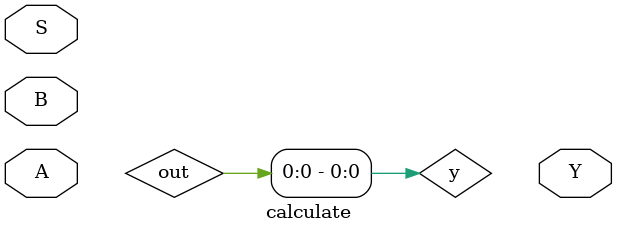
<source format=v>
module unsignadd(
    input [3:0] a,
    input [3:0] b,
    output [4:0] y
);
    assign {y}={1'b0,a}+{1'b0,b};
endmodule

module calculate(
    input [3:0] A,
    input [3:0] B,
    input [2:0] S,
    output [4:0] Y
);
    reg [5:0] out;
    always @(A,B,S) begin
        case (S)
        3'd0:   out={1'b0,A}+{1'b0,B};
        3'd1:   out={1'b0,A}-{1'b0,B};
        3'd2:   out=({1'b0,A}+16)+({1'b0,B}+16)-32;
        3'd3:   out=({1'b0,A}+16)-({1'b0,B}+16)-32;
        3'd4:   out={2'b0,A>B,A==B,A<B};
        3'd5:   out={2'b0,({1'b0,A}+16)>({1'b0,B}+16),A==B,({1'b0,A}+16)<({1'b0,B}+16)};
        default : out=5'd0;
        endcase
    end
    
    assign y=out;
endmodule



</source>
